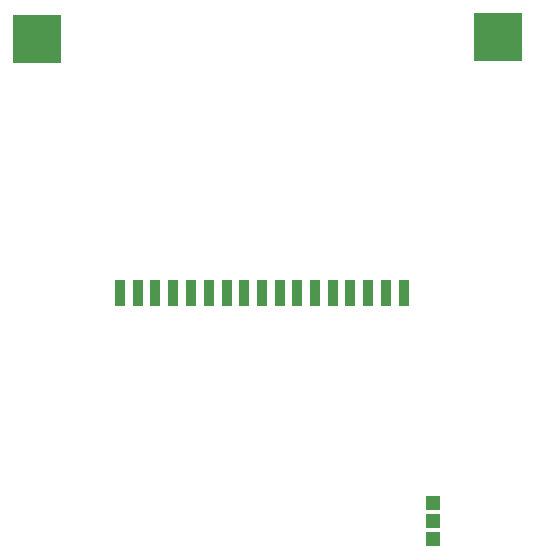
<source format=gbr>
%TF.GenerationSoftware,KiCad,Pcbnew,(6.0.2)*%
%TF.CreationDate,2022-08-25T07:28:03-05:00*%
%TF.ProjectId,REF1714,52454631-3731-4342-9e6b-696361645f70,rev?*%
%TF.SameCoordinates,Original*%
%TF.FileFunction,Paste,Bot*%
%TF.FilePolarity,Positive*%
%FSLAX46Y46*%
G04 Gerber Fmt 4.6, Leading zero omitted, Abs format (unit mm)*
G04 Created by KiCad (PCBNEW (6.0.2)) date 2022-08-25 07:28:03*
%MOMM*%
%LPD*%
G01*
G04 APERTURE LIST*
%ADD10R,1.300000X1.250000*%
%ADD11R,0.950000X2.250000*%
%ADD12R,4.170000X4.120000*%
G04 APERTURE END LIST*
D10*
%TO.C,C7*%
X165082000Y-106617000D03*
X165082000Y-108169000D03*
X165077000Y-109720000D03*
%TD*%
D11*
%TO.C,U3*%
X138529000Y-88869000D03*
X140046000Y-88875000D03*
X141552000Y-88878000D03*
X143059000Y-88876000D03*
X144565000Y-88869000D03*
X146074000Y-88872000D03*
X147586000Y-88873000D03*
X149089000Y-88867000D03*
X150560000Y-88869000D03*
X152108000Y-88871000D03*
X153577000Y-88870000D03*
X155044000Y-88870000D03*
X156556000Y-88867000D03*
X158058000Y-88871000D03*
X159569000Y-88869000D03*
X161075000Y-88865000D03*
X162582000Y-88871000D03*
D12*
X131560000Y-67326000D03*
X170564000Y-67205000D03*
%TD*%
M02*

</source>
